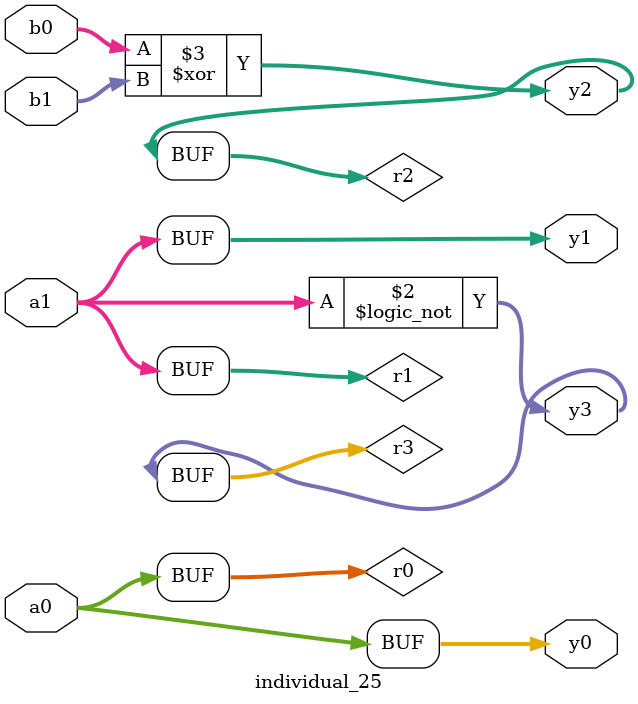
<source format=sv>
module individual_25(input logic [15:0] a1, input logic [15:0] a0, input logic [15:0] b1, input logic [15:0] b0, output logic [15:0] y3, output logic [15:0] y2, output logic [15:0] y1, output logic [15:0] y0);
logic [15:0] r0, r1, r2, r3; 
 always@(*) begin 
	 r0 = a0; r1 = a1; r2 = b0; r3 = b1; 
 	 r3 = ! r1 ;
 	 r2  ^=  b1 ;
 	 y3 = r3; y2 = r2; y1 = r1; y0 = r0; 
end
endmodule
</source>
